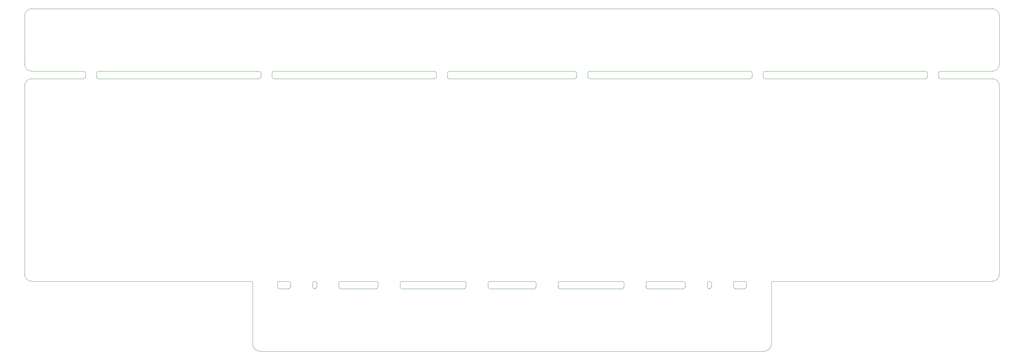
<source format=gbr>
%TF.GenerationSoftware,KiCad,Pcbnew,7.0.1-0*%
%TF.CreationDate,2023-07-02T14:27:39+03:00*%
%TF.ProjectId,30cent,33306365-6e74-42e6-9b69-6361645f7063,rev?*%
%TF.SameCoordinates,Original*%
%TF.FileFunction,Profile,NP*%
%FSLAX46Y46*%
G04 Gerber Fmt 4.6, Leading zero omitted, Abs format (unit mm)*
G04 Created by KiCad (PCBNEW 7.0.1-0) date 2023-07-02 14:27:39*
%MOMM*%
%LPD*%
G01*
G04 APERTURE LIST*
%TA.AperFunction,Profile*%
%ADD10C,0.100000*%
%TD*%
G04 APERTURE END LIST*
D10*
X136731750Y-98607501D02*
X136731749Y-97607502D01*
X203375001Y-98607501D02*
X203375000Y-97607502D01*
X179594198Y-97607502D02*
G75*
G03*
X179094250Y-97107502I-499998J2D01*
G01*
X95074999Y-98607501D02*
G75*
G03*
X95574999Y-99107501I500001J1D01*
G01*
X265025000Y-41457500D02*
G75*
G03*
X265525000Y-41957500I500000J0D01*
G01*
X36924999Y-39957500D02*
X80550000Y-39957500D01*
X142731699Y-98607501D02*
G75*
G03*
X143231749Y-99107501I500001J1D01*
G01*
X95687000Y-99107500D02*
G75*
G03*
X96187000Y-98607501I0J500000D01*
G01*
X128175000Y-41957500D02*
X84550000Y-41957500D01*
X195763001Y-97107502D02*
X186094250Y-97107502D01*
X84550000Y-39957500D02*
G75*
G03*
X84050000Y-40457500I0J-500000D01*
G01*
X279575000Y-22907500D02*
X18875000Y-22907500D01*
X85550000Y-97607502D02*
X85549999Y-98607501D01*
X196262998Y-97607502D02*
G75*
G03*
X195763001Y-97107502I-499998J2D01*
G01*
X95574999Y-99107501D02*
X95687000Y-99107501D01*
X84050000Y-41457500D02*
X84050000Y-40457500D01*
X78787499Y-97607501D02*
G75*
G03*
X78287499Y-97107501I-499999J1D01*
G01*
X132174999Y-39957500D02*
G75*
G03*
X131675000Y-40457499I1J-500000D01*
G01*
X169775000Y-41457500D02*
X169775000Y-40457500D01*
X217400000Y-41457500D02*
X217400000Y-40457500D01*
X89074998Y-97607502D02*
G75*
G03*
X88575000Y-97107502I-499998J2D01*
G01*
X112355750Y-97107502D02*
X102686999Y-97107502D01*
X18875000Y-41957500D02*
G75*
G03*
X16875000Y-43957500I0J-2000000D01*
G01*
X143231749Y-99107501D02*
X155218250Y-99107501D01*
X213900000Y-41957500D02*
G75*
G03*
X214400000Y-41457500I0J500000D01*
G01*
X202875001Y-99107501D02*
G75*
G03*
X203375001Y-98607501I-1J500001D01*
G01*
X128675000Y-40457500D02*
G75*
G03*
X128174999Y-39957500I-500000J0D01*
G01*
X86049999Y-97107500D02*
G75*
G03*
X85550000Y-97607502I1J-500000D01*
G01*
X78787500Y-114132500D02*
G75*
G03*
X80787500Y-116132500I2000000J0D01*
G01*
X112355750Y-99107550D02*
G75*
G03*
X112855750Y-98607501I-50J500050D01*
G01*
X33425000Y-40457500D02*
G75*
G03*
X32925000Y-39957500I-500000J0D01*
G01*
X128675000Y-41457500D02*
X128675000Y-40457500D01*
X36425000Y-41457500D02*
G75*
G03*
X36925000Y-41957500I500000J0D01*
G01*
X88575000Y-99107501D02*
X86049999Y-99107501D01*
X213900000Y-41957500D02*
X170275000Y-41957500D01*
X102686999Y-99107501D02*
X112355750Y-99107501D01*
X162218249Y-97107550D02*
G75*
G03*
X161718250Y-97607502I-49J-499950D01*
G01*
X219662500Y-114132500D02*
X219662500Y-97607500D01*
X162218249Y-99107501D02*
X179094250Y-99107501D01*
X136731698Y-97607502D02*
G75*
G03*
X136231750Y-97107502I-499998J2D01*
G01*
X279575000Y-39958123D02*
G75*
G03*
X281574998Y-37907500I0J2000623D01*
G01*
X281575000Y-24907500D02*
X281575000Y-37907500D01*
X85549999Y-98607501D02*
G75*
G03*
X86049999Y-99107501I500001J1D01*
G01*
X261525000Y-41957500D02*
G75*
G03*
X262025000Y-41457500I0J500000D01*
G01*
X132175000Y-41957500D02*
X166275000Y-41957500D01*
X212400001Y-99107501D02*
X209875000Y-99107501D01*
X203374998Y-97607502D02*
G75*
G03*
X202875001Y-97107502I-499998J2D01*
G01*
X18875000Y-39957500D02*
X32925000Y-39957500D01*
X209875000Y-97107502D02*
X212400001Y-97107502D01*
X155718250Y-98607501D02*
X155718249Y-97607502D01*
X131675000Y-41457500D02*
X131675000Y-40457499D01*
X112855798Y-97607502D02*
G75*
G03*
X112355750Y-97107502I-499998J2D01*
G01*
X262025000Y-41457500D02*
X262025000Y-40457500D01*
X186094250Y-99107501D02*
X195763001Y-99107501D01*
X131675000Y-41457500D02*
G75*
G03*
X132175000Y-41957500I500000J0D01*
G01*
X186094250Y-97107451D02*
G75*
G03*
X185594251Y-97607502I-50J-499949D01*
G01*
X119355749Y-97107450D02*
G75*
G03*
X118855750Y-97607502I51J-500050D01*
G01*
X119355749Y-99107501D02*
X136231750Y-99107501D01*
X81050000Y-40457500D02*
G75*
G03*
X80550000Y-39957500I-500000J0D01*
G01*
X143231749Y-97107502D02*
X155218250Y-97107502D01*
X16875000Y-24907500D02*
X16875000Y-37957500D01*
X214400000Y-41457500D02*
X214400000Y-40457500D01*
X88575000Y-99107500D02*
G75*
G03*
X89075000Y-98607501I0J500000D01*
G01*
X136231750Y-97107502D02*
X119355749Y-97107502D01*
X33425000Y-41457500D02*
X33425000Y-40457500D01*
X32925000Y-41957500D02*
G75*
G03*
X33425000Y-41457500I0J500000D01*
G01*
X95075000Y-97607502D02*
X95074999Y-98607501D01*
X202763000Y-99107501D02*
X202875001Y-99107501D01*
X179094250Y-97107502D02*
X162218249Y-97107502D01*
X170275000Y-39957500D02*
G75*
G03*
X169775000Y-40457500I0J-500000D01*
G01*
X220162500Y-97107500D02*
G75*
G03*
X219662500Y-97607500I0J-500000D01*
G01*
X84550000Y-39957500D02*
X128174999Y-39957500D01*
X89075000Y-98607501D02*
X89074999Y-97607502D01*
X95574999Y-97107500D02*
G75*
G03*
X95075000Y-97607502I1J-500000D01*
G01*
X102187000Y-97607502D02*
X102186999Y-98607501D01*
X78787499Y-97607501D02*
X78787500Y-114132500D01*
X80787500Y-116132500D02*
X217662500Y-116132500D01*
X217900000Y-39957500D02*
X261524999Y-39957500D01*
X209374999Y-98607501D02*
G75*
G03*
X209875000Y-99107501I500001J1D01*
G01*
X118855750Y-97607502D02*
X118855749Y-98607501D01*
X161718199Y-98607501D02*
G75*
G03*
X162218249Y-99107501I500001J1D01*
G01*
X179094250Y-99107450D02*
G75*
G03*
X179594250Y-98607501I50J499950D01*
G01*
X102686999Y-97107500D02*
G75*
G03*
X102187000Y-97607502I1J-500000D01*
G01*
X202763000Y-97107502D02*
X202875001Y-97107502D01*
X81050000Y-41457500D02*
X81050000Y-40457500D01*
X166775000Y-40457500D02*
G75*
G03*
X166275000Y-39957500I-500000J0D01*
G01*
X265525001Y-39957500D02*
X279575000Y-39957500D01*
X16875000Y-37957500D02*
G75*
G03*
X18875000Y-39957500I2000000J0D01*
G01*
X166275000Y-41957500D02*
G75*
G03*
X166775000Y-41457500I0J500000D01*
G01*
X86049999Y-97107502D02*
X88575000Y-97107502D01*
X220162500Y-97107500D02*
X279575000Y-97108124D01*
X281575000Y-95107500D02*
X281575000Y-43957500D01*
X32925000Y-41957500D02*
X18875000Y-41957500D01*
X96186998Y-97607502D02*
G75*
G03*
X95687000Y-97107502I-499998J2D01*
G01*
X209375001Y-97607502D02*
X209375000Y-98607501D01*
X265525001Y-39957500D02*
G75*
G03*
X265025000Y-40457500I-1J-500000D01*
G01*
X217400000Y-41457500D02*
G75*
G03*
X217900000Y-41957500I500000J0D01*
G01*
X118855699Y-98607501D02*
G75*
G03*
X119355749Y-99107501I500001J1D01*
G01*
X262025000Y-40457500D02*
G75*
G03*
X261524999Y-39957500I-500000J0D01*
G01*
X18875000Y-22907500D02*
G75*
G03*
X16875000Y-24907500I0J-2000000D01*
G01*
X217662500Y-116132500D02*
G75*
G03*
X219662500Y-114132500I0J2000000D01*
G01*
X96187000Y-98607501D02*
X96186999Y-97607502D01*
X202263001Y-97607502D02*
X202263000Y-98607501D01*
X142731750Y-97607502D02*
X142731749Y-98607501D01*
X16875000Y-43957500D02*
X16875000Y-95107500D01*
X80550000Y-41957500D02*
X36925000Y-41957500D01*
X16875000Y-95107500D02*
G75*
G03*
X18875000Y-97107500I2000000J0D01*
G01*
X102186999Y-98607501D02*
G75*
G03*
X102686999Y-99107501I500001J1D01*
G01*
X128175000Y-41957500D02*
G75*
G03*
X128675000Y-41457500I0J500000D01*
G01*
X155218250Y-99107450D02*
G75*
G03*
X155718250Y-98607501I50J499950D01*
G01*
X265025000Y-41457500D02*
X265025000Y-40457500D01*
X261525000Y-41957500D02*
X217900000Y-41957500D01*
X84050000Y-41457500D02*
G75*
G03*
X84550000Y-41957500I500000J0D01*
G01*
X143231749Y-97107550D02*
G75*
G03*
X142731750Y-97607502I-49J-499950D01*
G01*
X169775000Y-41457500D02*
G75*
G03*
X170275000Y-41957500I500000J0D01*
G01*
X212900001Y-98607501D02*
X212900000Y-97607502D01*
X166275000Y-39957500D02*
X132174999Y-39957500D01*
X80550000Y-41957500D02*
G75*
G03*
X81050000Y-41457500I0J500000D01*
G01*
X217900000Y-39957500D02*
G75*
G03*
X217400000Y-40457500I0J-500000D01*
G01*
X279575000Y-41957500D02*
X265525000Y-41957500D01*
X185594251Y-97607502D02*
X185594250Y-98607501D01*
X202262999Y-98607501D02*
G75*
G03*
X202763000Y-99107501I500001J1D01*
G01*
X136231750Y-99107450D02*
G75*
G03*
X136731750Y-98607501I50J499950D01*
G01*
X161718250Y-97607502D02*
X161718249Y-98607501D01*
X18875000Y-97107500D02*
X78287499Y-97107501D01*
X279575000Y-97108100D02*
G75*
G03*
X281575000Y-95108124I0J2000000D01*
G01*
X195763001Y-99107501D02*
G75*
G03*
X196263001Y-98607501I-1J500001D01*
G01*
X166775000Y-41457500D02*
X166775000Y-40457500D01*
X212400001Y-99107501D02*
G75*
G03*
X212900001Y-98607501I-1J500001D01*
G01*
X179594250Y-98607501D02*
X179594249Y-97607502D01*
X196263001Y-98607501D02*
X196263000Y-97607502D01*
X212899998Y-97607502D02*
G75*
G03*
X212400001Y-97107502I-499998J2D01*
G01*
X95574999Y-97107502D02*
X95687000Y-97107502D01*
X185594199Y-98607501D02*
G75*
G03*
X186094250Y-99107501I500001J1D01*
G01*
X170275000Y-39957500D02*
X213900000Y-39957500D01*
X112855750Y-98607501D02*
X112855749Y-97607502D01*
X281575000Y-24907500D02*
G75*
G03*
X279575000Y-22907500I-2000000J0D01*
G01*
X209875000Y-97107501D02*
G75*
G03*
X209375001Y-97607502I0J-499999D01*
G01*
X155718198Y-97607502D02*
G75*
G03*
X155218250Y-97107502I-499998J2D01*
G01*
X36425000Y-41457500D02*
X36425000Y-40457499D01*
X202763000Y-97107501D02*
G75*
G03*
X202263001Y-97607502I0J-499999D01*
G01*
X214400000Y-40457500D02*
G75*
G03*
X213900000Y-39957500I-500000J0D01*
G01*
X281575000Y-43957500D02*
G75*
G03*
X279575000Y-41957500I-2000000J0D01*
G01*
X36924999Y-39957500D02*
G75*
G03*
X36425000Y-40457499I1J-500000D01*
G01*
M02*

</source>
